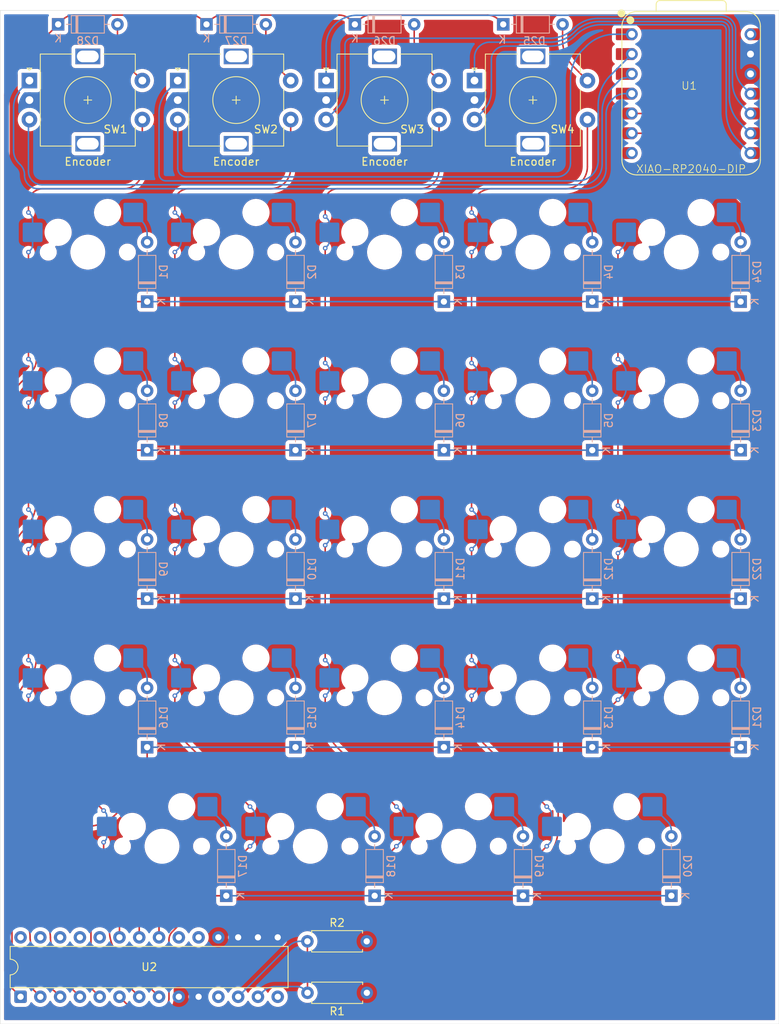
<source format=kicad_pcb>
(kicad_pcb (version 20241229) (generator "pcbnew") (generator_version "9.0")
  (layers (0 "F.Cu" signal) (2 "B.Cu" signal) (13 "F.Paste" user) (15 "B.Paste" user) (5 "F.SilkS" user "F.Silkscreen") (7 "B.SilkS" user "B.Silkscreen") (1 "F.Mask" user) (3 "B.Mask" user) (25 "Edge.Cuts" user))
  (net 0 "")
  (net 1 "Net-(D1-A)")
  (net 2 "Row 1")
  (net 3 "Net-(D2-A)")
  (net 4 "Net-(D3-A)")
  (net 5 "Net-(D4-A)")
  (net 6 "Row 2")
  (net 7 "Net-(D5-A)")
  (net 8 "Net-(D6-A)")
  (net 9 "Net-(D7-A)")
  (net 10 "Net-(D8-A)")
  (net 11 "Net-(D9-A)")
  (net 12 "Row 3")
  (net 13 "Net-(D10-A)")
  (net 14 "Net-(D11-A)")
  (net 15 "Net-(D12-A)")
  (net 16 "Net-(D13-A)")
  (net 17 "Row 4")
  (net 18 "Net-(D14-A)")
  (net 19 "Net-(D15-A)")
  (net 20 "Net-(D16-A)")
  (net 21 "Net-(D17-A)")
  (net 22 "Row 5")
  (net 23 "Net-(D18-A)")
  (net 24 "Net-(D19-A)")
  (net 25 "Net-(D20-A)")
  (net 26 "Net-(D21-A)")
  (net 27 "Net-(D22-A)")
  (net 28 "Net-(D23-A)")
  (net 29 "Net-(D24-A)")
  (net 30 "Row 0")
  (net 31 "Net-(D25-A)")
  (net 32 "Net-(D26-A)")
  (net 33 "Net-(D27-A)")
  (net 34 "Net-(D28-A)")
  (net 35 "SDA MCP")
  (net 36 "3V3")
  (net 37 "SCK MCP")
  (net 38 "GND")
  (net 39 "ENC1-A")
  (net 40 "Column 0")
  (net 41 "ENC1-B")
  (net 42 "Column 1")
  (net 43 "ENC2-B")
  (net 44 "ENC2-A")
  (net 45 "Column 2")
  (net 46 "ENC3-B")
  (net 47 "ENC3-A")
  (net 48 "ENC4-A")
  (net 49 "ENC4-B")
  (net 50 "Column 3")
  (net 61 "Column 4")
  (footprint "RotaryEncoder:RotaryEncoder_Alps_EC11E-Switch_Vertical_H20mm" (layer "F.Cu") (at 176.55 32.5)
    (property "Reference" "SW2")
    (property "Value" "Encoder")
  )
  (footprint "Package_DIP:DIP-28_W7.62mm" (layer "F.Cu") (at 156.364 150.004 90)
    (property "Reference" "U2")
    (property "Value" "MCP23017_SP")
  )
  (footprint "Resistor_THT:R_Axial_DIN0207_L6.3mm_D2.5mm_P7.62mm_Horizontal" (layer "F.Cu") (at 193.194 142.892)
    (property "Reference" "R2")
    (property "Value" "R")
  )
  (footprint "RotaryEncoder:RotaryEncoder_Alps_EC11E-Switch_Vertical_H20mm" (layer "F.Cu") (at 157.5 32.5)
    (property "Reference" "SW1")
    (property "Value" "Encoder")
  )
  (footprint "RotaryEncoder:RotaryEncoder_Alps_EC11E-Switch_Vertical_H20mm" (layer "F.Cu") (at 195.6 32.5)
    (property "Reference" "SW3")
    (property "Value" "Encoder")
  )
  (footprint "Resistor_THT:R_Axial_DIN0207_L6.3mm_D2.5mm_P7.62mm_Horizontal" (layer "F.Cu") (at 200.828 149.496 180)
    (property "Reference" "R1")
    (property "Value" "R")
  )
  (footprint "RotaryEncoder:RotaryEncoder_Alps_EC11E-Switch_Vertical_H20mm" (layer "F.Cu") (at 214.65 32.5)
    (property "Reference" "SW4")
    (property "Value" "Encoder")
  )
  (footprint "OPL Libs:XIAO-RP2040-DIP" (layer "F.Cu") (at 242.47 34.18)
    (property "Reference" "U1")
    (property "Value" "XIAO-RP2040-DIP")
  )
  (footprint "MX_Hotswap:MX-Hotswap-1U" (layer "B.Cu") (at 222.15 92.6 180)
    (property "Reference" "SW13")
    (property "Value" "SW_Push_45deg")
  )
  (footprint "Diode_THT:D_DO-35_SOD27_P7.62mm_Horizontal" (layer "B.Cu") (at 229.77 98.95 90)
    (property "Reference" "D12")
    (property "Value" "D")
  )
  (footprint "Diode_THT:D_DO-35_SOD27_P7.62mm_Horizontal" (layer "B.Cu") (at 172.62 118 90)
    (property "Reference" "D16")
    (property "Value" "D")
  )
  (footprint "Diode_THT:D_DO-35_SOD27_P7.62mm_Horizontal" (layer "B.Cu") (at 199.29 25.29)
    (property "Reference" "D26")
    (property "Value" "D")
  )
  (footprint "Diode_THT:D_DO-35_SOD27_P7.62mm_Horizontal" (layer "B.Cu") (at 210.72 118 90)
    (property "Reference" "D14")
    (property "Value" "D")
  )
  (footprint "Diode_THT:D_DO-35_SOD27_P7.62mm_Horizontal" (layer "B.Cu") (at 248.82 79.9 90)
    (property "Reference" "D23")
    (property "Value" "D")
  )
  (footprint "MX_Hotswap:MX-Hotswap-1U" (layer "B.Cu") (at 241.2 92.6 180)
    (property "Reference" "SW27")
    (property "Value" "SW_Push_45deg")
  )
  (footprint "MX_Hotswap:MX-Hotswap-1U" (layer "B.Cu") (at 165 111.65 180)
    (property "Reference" "SW17")
    (property "Value" "SW_Push_45deg")
  )
  (footprint "Diode_THT:D_DO-35_SOD27_P7.62mm_Horizontal" (layer "B.Cu") (at 218.34 25.29)
    (property "Reference" "D25")
    (property "Value" "D")
  )
  (footprint "MX_Hotswap:MX-Hotswap-1U" (layer "B.Cu") (at 203.1 73.55 180)
    (property "Reference" "SW11")
    (property "Value" "SW_Push_45deg")
  )
  (footprint "Diode_THT:D_DO-35_SOD27_P7.62mm_Horizontal" (layer "B.Cu") (at 172.62 60.85 90)
    (property "Reference" "D1")
    (property "Value" "D")
  )
  (footprint "Diode_THT:D_DO-35_SOD27_P7.62mm_Horizontal" (layer "B.Cu") (at 248.82 60.85 90)
    (property "Reference" "D24")
    (property "Value" "D")
  )
  (footprint "Diode_THT:D_DO-35_SOD27_P7.62mm_Horizontal" (layer "B.Cu") (at 239.93 137.05 90)
    (property "Reference" "D20")
    (property "Value" "D")
  )
  (footprint "MX_Hotswap:MX-Hotswap-1U" (layer "B.Cu") (at 184.05 54.5 180)
    (property "Reference" "SW6")
    (property "Value" "SW_Push_45deg")
  )
  (footprint "Diode_THT:D_DO-35_SOD27_P7.62mm_Horizontal" (layer "B.Cu") (at 248.82 98.95 90)
    (property "Reference" "D22")
    (property "Value" "D")
  )
  (footprint "MX_Hotswap:MX-Hotswap-1U" (layer "B.Cu") (at 165 73.55 180)
    (property "Reference" "SW9")
    (property "Value" "SW_Push_45deg")
  )
  (footprint "Diode_THT:D_DO-35_SOD27_P7.62mm_Horizontal" (layer "B.Cu") (at 172.62 98.95 90)
    (property "Reference" "D9")
    (property "Value" "D")
  )
  (footprint "Diode_THT:D_DO-35_SOD27_P7.62mm_Horizontal" (layer "B.Cu") (at 210.72 60.85 90)
    (property "Reference" "D3")
    (property "Value" "D")
  )
  (footprint "Diode_THT:D_DO-35_SOD27_P7.62mm_Horizontal" (layer "B.Cu") (at 220.88 137.05 90)
    (property "Reference" "D19")
    (property "Value" "D")
  )
  (footprint "MX_Hotswap:MX-Hotswap-1U" (layer "B.Cu") (at 203.1 92.6 180)
    (property "Reference" "SW14")
    (property "Value" "SW_Push_45deg")
  )
  (footprint "Diode_THT:D_DO-35_SOD27_P7.62mm_Horizontal" (layer "B.Cu") (at 229.77 118 90)
    (property "Reference" "D13")
    (property "Value" "D")
  )
  (footprint "MX_Hotswap:MX-Hotswap-1U" (layer "B.Cu") (at 184.05 92.6 180)
    (property "Reference" "SW15")
    (property "Value" "SW_Push_45deg")
  )
  (footprint "MX_Hotswap:MX-Hotswap-1U" (layer "B.Cu") (at 212.625 130.7 180)
    (property "Reference" "SW23")
    (property "Value" "SW_Push_45deg")
  )
  (footprint "MX_Hotswap:MX-Hotswap-1U" (layer "B.Cu") (at 241.2 54.5 180)
    (property "Reference" "SW25")
    (property "Value" "SW_Push_45deg")
  )
  (footprint "MX_Hotswap:MX-Hotswap-1U" (layer "B.Cu") (at 222.15 111.65 180)
    (property "Reference" "SW20")
    (property "Value" "SW_Push_45deg")
  )
  (footprint "MX_Hotswap:MX-Hotswap-1U" (layer "B.Cu") (at 241.2 73.55 180)
    (property "Reference" "SW26")
    (property "Value" "SW_Push_45deg")
  )
  (footprint "Diode_THT:D_DO-35_SOD27_P7.62mm_Horizontal" (layer "B.Cu") (at 161.19 25.29)
    (property "Reference" "D28")
    (property "Value" "D")
  )
  (footprint "MX_Hotswap:MX-Hotswap-1U" (layer "B.Cu") (at 165 54.5 180)
    (property "Reference" "SW5")
    (property "Value" "SW_Push_45deg")
  )
  (footprint "Diode_THT:D_DO-35_SOD27_P7.62mm_Horizontal" (layer "B.Cu") (at 229.77 79.9 90)
    (property "Reference" "D5")
    (property "Value" "D")
  )
  (footprint "MX_Hotswap:MX-Hotswap-1U" (layer "B.Cu") (at 193.575 130.7 180)
    (property "Reference" "SW22")
    (property "Value" "SW_Push_45deg")
  )
  (footprint "MX_Hotswap:MX-Hotswap-1U" (layer "B.Cu") (at 203.1 111.65 180)
    (property "Reference" "SW19")
    (property "Value" "SW_Push_45deg")
  )
  (footprint "Diode_THT:D_DO-35_SOD27_P7.62mm_Horizontal" (layer "B.Cu") (at 191.67 98.95 90)
    (property "Reference" "D10")
    (property "Value" "D")
  )
  (footprint "Diode_THT:D_DO-35_SOD27_P7.62mm_Horizontal" (layer "B.Cu") (at 248.82 118 90)
    (property "Reference" "D21")
    (property "Value" "D")
  )
  (footprint "MX_Hotswap:MX-Hotswap-1U" (layer "B.Cu") (at 231.675 130.7 180)
    (property "Reference" "SW24")
    (property "Value" "SW_Push_45deg")
  )
  (footprint "Diode_THT:D_DO-35_SOD27_P7.62mm_Horizontal" (layer "B.Cu") (at 191.67 118 90)
    (property "Reference" "D15")
    (property "Value" "D")
  )
  (footprint "MX_Hotswap:MX-Hotswap-1U" (layer "B.Cu") (at 203.1 54.5 180)
    (property "Reference" "SW7")
    (property "Value" "SW_Push_45deg")
  )
  (footprint "MX_Hotswap:MX-Hotswap-1U" (layer "B.Cu") (at 184.05 73.55 180)
    (property "Reference" "SW10")
    (property "Value" "SW_Push_45deg")
  )
  (footprint "Diode_THT:D_DO-35_SOD27_P7.62mm_Horizontal" (layer "B.Cu") (at 229.77 60.85 90)
    (property "Reference" "D4")
    (property "Value" "D")
  )
  (footprint "MX_Hotswap:MX-Hotswap-1U" (layer "B.Cu") (at 165 92.6 180)
    (property "Reference" "SW16")
    (property "Value" "SW_Push_45deg")
  )
  (footprint "Diode_THT:D_DO-35_SOD27_P7.62mm_Horizontal" (layer "B.Cu") (at 210.72 79.9 90)
    (property "Reference" "D6")
    (property "Value" "D")
  )
  (footprint "MX_Hotswap:MX-Hotswap-1U" (layer "B.Cu") (at 222.15 54.5 180)
    (property "Reference" "SW8")
    (property "Value" "SW_Push_45deg")
  )
  (footprint "MX_Hotswap:MX-Hotswap-1U" (layer "B.Cu") (at 222.15 73.55 180)
    (property "Reference" "SW12")
    (property "Value" "SW_Push_45deg")
  )
  (footprint "Diode_THT:D_DO-35_SOD27_P7.62mm_Horizontal" (layer "B.Cu") (at 172.62 79.9 90)
    (property "Reference" "D8")
    (property "Value" "D")
  )
  (footprint "Diode_THT:D_DO-35_SOD27_P7.62mm_Horizontal" (layer "B.Cu") (at 201.83 137.05 90)
    (property "Reference" "D18")
    (property "Value" "D")
  )
  (footprint "Diode_THT:D_DO-35_SOD27_P7.62mm_Horizontal" (layer "B.Cu") (at 191.67 79.9 90)
    (property "Reference" "D7")
    (property "Value" "D")
  )
  (footprint "MX_Hotswap:MX-Hotswap-1U" (layer "B.Cu") (at 174.525 130.7 180)
    (property "Reference" "SW21")
    (property "Value" "SW_Push_45deg")
  )
  (footprint "Diode_THT:D_DO-35_SOD27_P7.62mm_Horizontal" (layer "B.Cu") (at 182.78 137.05 90)
    (property "Reference" "D17")
    (property "Value" "D")
  )
  (footprint "Diode_THT:D_DO-35_SOD27_P7.62mm_Horizontal" (layer "B.Cu") (at 180.24 25.29)
    (property "Reference" "D27")
    (property "Value" "D")
  )
  (footprint "MX_Hotswap:MX-Hotswap-1U" (layer "B.Cu") (at 184.05 111.65 180)
    (property "Reference" "SW18")
    (property "Value" "SW_Push_45deg")
  )
  (footprint "MX_Hotswap:MX-Hotswap-1U" (layer "B.Cu") (at 241.2 111.65 180)
    (property "Reference" "SW28")
    (property "Value" "SW_Push_45deg")
  )
  (footprint "Diode_THT:D_DO-35_SOD27_P7.62mm_Horizontal" (layer "B.Cu") (at 191.67 60.85 90)
    (property "Reference" "D2")
    (property "Value" "D")
  )
  (footprint "Diode_THT:D_DO-35_SOD27_P7.62mm_Horizontal" (layer "B.Cu") (at 210.72 98.95 90)
    (property "Reference" "D11")
    (property "Value" "D")
  )
  (gr_rect (start 153.75 23.5) (end 253.75 153.5) (stroke (width 0.05)) (fill no) (layer "Edge.Cuts"))
  (segment (start 172.62 52.214) (end 172.62 53.23) (width 0.2) (layer "B.Cu") (net 1))
  (segment (start 171.901579 50.479579) (end 170.842 49.42) (width 0.2) (layer "B.Cu") (net 1))
  (arc (start 171.901579 50.479579) (mid 172.433288 51.275338) (end 172.62 52.214) (width 0.2) (layer "B.Cu") (net 1))
  (segment (start 163.165656 60.85) (end 172.62 60.85) (width 0.2) (layer "F.Cu") (net 2))
  (segment (start 158.396 65.619656) (end 158.396 68.282407) (width 0.2) (layer "F.Cu") (net 2))
  (segment (start 157.724542 69.903454) (end 156.433792 71.194207) (width 0.2) (layer "F.Cu") (net 2))
  (segment (start 154.84 75.041963) (end 154.84 143.686036) (width 0.2) (layer "F.Cu") (net 2))
  (segment (start 156.433792 147.533792) (end 158.904 150.004) (width 0.2) (layer "F.Cu") (net 2))
  (arc (start 163.165656 60.85) (mid 161.340387 61.213068) (end 159.793 62.247) (width 0.2) (layer "F.Cu") (net 2))
  (arc (start 156.433792 71.194207) (mid 155.254213 72.959572) (end 154.84 75.041963) (width 0.2) (layer "F.Cu") (net 2))
  (arc (start 154.84 143.686036) (mid 155.254213 145.768426) (end 156.433792 147.533792) (width 0.2) (layer "F.Cu") (net 2))
  (arc (start 159.793 62.247) (mid 158.759068 63.794387) (end 158.396 65.619656) (width 0.2) (layer "F.Cu") (net 2))
  (arc (start 158.396 68.282407) (mid 158.221494 69.159711) (end 157.724542 69.903454) (width 0.2) (layer "F.Cu") (net 2))
  (segment (start 172.62 60.85) (end 248.82 60.85) (width 0.2) (layer "B.Cu") (net 2))
  (segment (start 190.951579 50.479579) (end 189.892 49.42) (width 0.2) (layer "B.Cu") (net 3))
  (segment (start 191.67 52.214) (end 191.67 53.23) (width 0.2) (layer "B.Cu") (net 3))
  (arc (start 190.951579 50.479579) (mid 191.483288 51.275338) (end 191.67 52.214) (width 0.2) (layer "B.Cu") (net 3))
  (segment (start 210.001579 50.479579) (end 208.942 49.42) (width 0.2) (layer "B.Cu") (net 4))
  (segment (start 210.72 52.214) (end 210.72 53.23) (width 0.2) (layer "B.Cu") (net 4))
  (arc (start 210.001579 50.479579) (mid 210.533288 51.275338) (end 210.72 52.214) (width 0.2) (layer "B.Cu") (net 4))
  (segment (start 229.77 52.214) (end 229.77 53.23) (width 0.2) (layer "B.Cu") (net 5))
  (segment (start 229.051579 50.479579) (end 227.992 49.42) (width 0.2) (layer "B.Cu") (net 5))
  (arc (start 229.051579 50.479579) (mid 229.583288 51.275338) (end 229.77 52.214) (width 0.2) (layer "B.Cu") (net 5))
  (segment (start 162.732051 79.9) (end 172.62 79.9) (width 0.2) (layer "F.Cu") (net 6))
  (segment (start 155.263 142.92023) (end 155.263 93.884365) (width 0.2) (layer "F.Cu") (net 6))
  (segment (start 159.825394 148.893394) (end 156.260565 145.328565) (width 0.2) (layer "F.Cu") (net 6))
  (segment (start 160.692605 149.252605) (end 161.444 150.004) (width 0.2) (layer "F.Cu") (net 6))
  (segment (start 158.396 86.320634) (end 158.396 84.236051) (width 0.2) (layer "F.Cu") (net 6))
  (arc (start 162.732051 79.9) (mid 161.072716 80.230062) (end 159.666 81.17) (width 0.2) (layer "F.Cu") (net 6))
  (arc (start 159.666 81.17) (mid 158.726062 82.576716) (end 158.396 84.236051) (width 0.2) (layer "F.Cu") (net 6))
  (arc (start 159.825394 148.893394) (mid 160.024334 149.026321) (end 160.259 149.073) (width 0.2) (layer "F.Cu") (net 6))
  (arc (start 160.692605 149.252605) (mid 160.493665 149.119677) (end 160.259 149.073) (width 0.2) (layer "F.Cu") (net 6))
  (arc (start 158.396 86.320634) (mid 157.988879 88.367365) (end 156.8295 90.1025) (width 0.2) (layer "F.Cu") (net 6))
  (arc (start 156.8295 90.1025) (mid 155.67012 91.837634) (end 155.263 93.884365) (width 0.2) (layer "F.Cu") (net 6))
  (arc (start 155.263 142.92023) (mid 155.522259 144.223612) (end 156.260565 145.328565) (width 0.2) (layer "F.Cu") (net 6))
  (segment (start 172.62 79.9) (end 248.82 79.9) (width 0.2) (layer "B.Cu") (net 6))
  (segment (start 229.77 71.264) (end 229.77 72.28) (width 0.2) (layer "B.Cu") (net 7))
  (segment (start 229.051579 69.529579) (end 227.992 68.47) (width 0.2) (layer "B.Cu") (net 7))
  (arc (start 229.051579 69.529579) (mid 229.583288 70.325338) (end 229.77 71.264) (width 0.2) (layer "B.Cu") (net 7))
  (segment (start 210.72 71.264) (end 210.72 72.28) (width 0.2) (layer "B.Cu") (net 8))
  (segment (start 210.001579 69.529579) (end 208.942 68.47) (width 0.2) (layer "B.Cu") (net 8))
  (arc (start 210.001579 69.529579) (mid 210.533288 70.325338) (end 210.72 71.264) (width 0.2) (layer "B.Cu") (net 8))
  (segment (start 190.951579 69.529579) (end 189.892 68.47) (width 0.2) (layer "B.Cu") (net 9))
  (segment (start 191.67 71.264) (end 191.67 72.28) (width 0.2) (layer "B.Cu") (net 9))
  (arc (start 190.951579 69.529579) (mid 191.483288 70.325338) (end 191.67 71.264) (width 0.2) (layer "B.Cu") (net 9))
  (segment (start 171.901579 69.529579) (end 170.842 68.47) (width 0.2) (layer "B.Cu") (net 10))
  (segment (start 172.62 71.264) (end 172.62 72.28) (width 0.2) (layer "B.Cu") (net 10))
  (arc (start 171.901579 69.529579) (mid 172.433288 70.325338) (end 172.62 71.264) (width 0.2) (layer "B.Cu") (net 10))
  (segment (start 171.901579 88.579579) (end 170.842 87.52) (width 0.2) (layer "B.Cu") (net 11))
  (segment (start 172.62 90.314) (end 172.62 91.33) (width 0.2) (layer "B.Cu") (net 11))
  (arc (start 171.901579 88.579579) (mid 172.433288 89.375338) (end 172.62 90.314) (width 0.2) (layer "B.Cu") (net 11))
  (segment (start 157.586684 142.290462) (end 157.586684 142.336684) (width 0.2) (layer "F.Cu") (net 12))
  (segment (start 158.484709 144.504709) (end 163.984 150.004) (width 0.2) (layer "F.Cu") (net 12))
  (segment (start 155.856 112.684051) (end 155.856 138.112221) (width 0.2) (layer "F.Cu") (net 12))
  (segment (start 158.396 106.551948) (end 158.396 103.719656) (width 0.2) (layer "F.Cu") (net 12))
  (segment (start 163.165656 98.95) (end 172.62 98.95) (width 0.2) (layer "F.Cu") (net 12))
  (arc (start 157.586684 142.336684) (mid 157.820073 143.51001) (end 158.484709 144.504709) (width 0.2) (layer "F.Cu") (net 12))
  (arc (start 156.721342 140.201342) (mid 157.361788 141.159838) (end 157.586684 142.290462) (width 0.2) (layer "F.Cu") (net 12))
  (arc (start 155.856 138.112221) (mid 156.080895 139.242845) (end 156.721342 140.201342) (width 0.2) (layer "F.Cu") (net 12))
  (arc (start 159.793 100.347) (mid 158.759068 101.894387) (end 158.396 103.719656) (width 0.2) (layer "F.Cu") (net 12))
  (arc (start 158.396 106.551948) (mid 158.065937 108.211283) (end 157.126 109.618) (width 0.2) (layer "F.Cu") (net 12))
  (arc (start 163.165656 98.95) (mid 161.340387 99.313068) (end 159.793 100.347) (width 0.2) (layer "F.Cu") (net 12))
  (arc (start 157.126 109.618) (mid 156.186062 111.024716) (end 155.856 112.684051) (width 0.2) (layer "F.Cu") (net 12))
  (segment (start 191.67 98.95) (end 210.72 98.95) (width 0.2) (layer "B.Cu") (net 12))
  (segment (start 210.72 98.95) (end 229.77 98.95) (width 0.2) (layer "B.Cu") (net 12))
  (segment (start 229.77 98.95) (end 248.82 98.95) (width 0.2) (layer "B.Cu") (net 12))
  (segment (start 191.67 98.95) (end 172.62 98.95) (width 0.2) (layer "B.Cu") (net 12))
  (segment (start 190.951579 88.579579) (end 189.892 87.52) (width 0.2) (layer "B.Cu") (net 13))
  (segment (start 191.67 90.314) (end 191.67 91.33) (width 0.2) (layer "B.Cu") (net 13))
  (arc (start 190.951579 88.579579) (mid 191.483288 89.375338) (end 191.67 90.314) (width 0.2) (layer "B.Cu") (net 13))
  (segment (start 210.001579 88.579579) (end 208.942 87.52) (width 0.2) (layer "B.Cu") (net 14))
  (segment (start 210.72 90.314) (end 210.72 91.33) (width 0.2) (layer "B.Cu") (net 14))
  (arc (start 210.001579 88.579579) (mid 210.533288 89.375338) (end 210.72 90.314) (width 0.2) (layer "B.Cu") (net 14))
  (segment (start 229.77 90.314) (end 229.77 91.33) (width 0.2) (layer "B.Cu") (net 15))
  (segment (start 229.051579 88.579579) (end 227.992 87.52) (width 0.2) (layer "B.Cu") (net 15))
  (arc (start 229.051579 88.579579) (mid 229.583288 89.375338) (end 229.77 90.314) (width 0.2) (layer "B.Cu") (net 15))
  (segment (start 229.051579 107.629579) (end 227.992 106.57) (width 0.2) (layer "B.Cu") (net 16))
  (segment (start 229.77 109.364) (end 229.77 110.38) (width 0.2) (layer "B.Cu") (net 16))
  (arc (start 229.051579 107.629579) (mid 229.583288 108.425338) (end 229.77 109.364) (width 0.2) (layer "B.Cu") (net 16))
  (segment (start 159.299614 140.239614) (end 157.957792 138.897792) (width 0.2) (layer "F.Cu") (net 17))
  (segment (start 168.625792 126.566207) (end 171.026207 124.165792) (width 0.2) (layer "F.Cu") (net 17))
  (segment (start 156.364 129.89442) (end 156.364 135.050036) (width 0.2) (layer "F.Cu") (net 17))
  (segment (start 172.62 120.318036) (end 172.62 118) (width 0.2) (layer "F.Cu") (net 17))
  (segment (start 164.778036 128.16) (end 158.09842 128.16) (width 0.2) (layer "F.Cu") (net 17))
  (segment (start 161.095665 144.575665) (end 166.524 150.004) (width 0.2) (layer "F.Cu") (net 17))
  (arc (start 156.364 135.050036) (mid 156.778213 137.132426) (end 157.957792 138.897792) (width 0.2) (layer "F.Cu") (net 17))
  (arc (start 172.62 120.318036) (mid 172.205786 122.400426) (end 171.026207 124.165792) (width 0.2) (layer "F.Cu") (net 17))
  (arc (start 158.09842 128.16) (mid 157.434686 128.292024) (end 156.872 128.668) (width 0.2) (layer "F.Cu") (net 17))
  (arc (start 156.872 128.668) (mid 156.496024 129.230686) (end 156.364 129.89442) (width 0.2) (layer "F.Cu") (net 17))
  (arc (start 159.299614 140.239614) (mid 159.96425 141.234312) (end 160.19764 142.40764) (width 0.2) (layer "F.Cu") (net 17))
  (arc (start 160.19764 142.40764) (mid 160.431029 143.580966) (end 161.095665 144.575665) (width 0.2) (layer "F.Cu") (net 17))
  (arc (start 168.625792 126.566207) (mid 166.860426 127.745786) (end 164.778036 128.16) (width 0.2) (layer "F.Cu") (net 17))
  (segment (start 172.62 118) (end 248.82 118) (width 0.2) (layer "B.Cu") (net 17))
  (segment (start 210.72 109.364) (end 210.72 110.38) (width 0.2) (layer "B.Cu") (net 18))
  (segment (start 210.001579 107.629579) (end 208.942 106.57) (width 0.2) (layer "B.Cu") (net 18))
  (arc (start 210.001579 107.629579) (mid 210.533288 108.425338) (end 210.72 109.364) (width 0.2) (layer "B.Cu") (net 18))
  (segment (start 190.951579 107.629579) (end 189.892 106.57) (width 0.2) (layer "B.Cu") (net 19))
  (segment (start 191.67 109.364) (end 191.67 110.38) (width 0.2) (layer "B.Cu") (net 19))
  (arc (start 190.951579 107.629579) (mid 191.483288 108.425338) (end 191.67 109.364) (width 0.2) (layer "B.Cu") (net 19))
  (segment (start 172.62 109.364) (end 172.62 110.38) (width 0.2) (layer "B.Cu") (net 20))
  (segment (start 171.901579 107.629579) (end 170.842 106.57) (width 0.2) (layer "B.Cu") (net 20))
  (arc (start 171.901579 107.629579) (mid 172.433288 108.425338) (end 172.62 109.364) (width 0.2) (layer "B.Cu") (net 20))
  (segment (start 182.286085 127.539085) (end 180.367 125.62) (width 0.2) (layer "B.Cu") (net 21))
  (segment (start 182.78 128.7315) (end 182.78 129.43) (width 0.2) (layer "B.Cu") (net 21))
  (arc (start 182.286085 127.539085) (mid 182.651635 128.086169) (end 182.78 128.7315) (width 0.2) (layer "B.Cu") (net 21))
  (segment (start 181.620475 137.05) (end 182.78 137.05) (width 0.2) (layer "F.Cu") (net 22))
  (segment (start 175.855996 141.654951) (end 179.641042 137.869907) (width 0.2) (layer "F.Cu") (net 22))
  (segment (start 174.108214 151.528) (end 171.66563 151.528) (width 0.2) (layer "F.Cu") (net 22))
  (segment (start 169.826 150.766) (end 169.064 150.004) (width 0.2) (layer "F.Cu") (net 22))
  (segment (start 175.421029 150.215185) (end 175.421029 142.705054) (width 0.2) (layer "F.Cu") (net 22))
  (arc (start 181.620475 137.05) (mid 180.549213 137.263086) (end 179.641042 137.869907) (width 0.2) (layer "F.Cu") (net 22))
  (arc (start 169.826 150.766) (mid 170.670029 151.329962) (end 171.66563 151.528) (width 0.2) (layer "F.Cu") (net 22))
  (arc (start 175.421029 150.215185) (mid 175.321096 150.717577) (end 175.036514 151.143485) (width 0.2) (layer "F.Cu") (net 22))
  (arc (start 175.855996 141.654951) (mid 175.534073 142.136742) (end 175.421029 142.705054) (width 0.2) (layer "F.Cu") (net 22))
  (arc (start 175.036514 151.143485) (mid 174.610606 151.428067) (end 174.108214 151.528) (width 0.2) (layer "F.Cu") (net 22))
  (segment (start 182.78 137.05) (end 239.93 137.05) (width 0.2) (layer "B.Cu") (net 22))
  (segment (start 201.336085 127.539085) (end 199.417 125.62) (width 0.2) (layer "B.Cu") (net 23))
  (segment (start 201.83 128.7315) (end 201.83 129.43) (width 0.2) (layer "B.Cu") (net 23))
  (arc (start 201.336085 127.539085) (mid 201.701635 128.086169) (end 201.83 128.7315) (width 0.2) (layer "B.Cu") (net 23))
  (segment (start 220.88 128.7315) (end 220.88 129.43) (width 0.2) (layer "B.Cu") (net 24))
  (segment (start 220.386085 127.539085) (end 218.467 125.62) (width 0.2) (layer "B.Cu") (net 24))
  (arc (start 220.386085 127.539085) (mid 220.751635 128.086169) (end 220.88 128.7315) (width 0.2) (layer "B.Cu") (net 24))
  (segment (start 239.93 128.7315) (end 239.93 129.43) (width 0.2) (layer "B.Cu") (net 25))
  (segment (start 239.436085 127.539085) (end 237.517 125.62) (width 0.2) (layer "B.Cu") (net 25))
  (arc (start 239.436085 127.539085) (mid 239.801635 128.086169) (end 239.93 128.7315) (width 0.2) (layer "B.Cu") (net 25))
  (segment (start 248.101579 107.629579) (end 247.042 106.57) (width 0.2) (layer "B.Cu") (net 26))
  (segment (start 248.82 109.364) (end 248.82 110.38) (width 0.2) (layer "B.Cu") (net 26))
  (arc (start 248.101579 107.629579) (mid 248.633288 108.425338) (end 248.82 109.364) (width 0.2) (layer "B.Cu") (net 26))
  (segment (start 248.101579 88.579579) (end 247.042 87.52) (width 0.2) (layer "B.Cu") (net 27))
  (segment (start 248.82 90.314) (end 248.82 91.33) (width 0.2) (layer "B.Cu") (net 27))
  (arc (start 248.101579 88.579579) (mid 248.633288 89.375338) (end 248.82 90.314) (width 0.2) (layer "B.Cu") (net 27))
  (segment (start 248.101579 69.529579) (end 247.042 68.47) (width 0.2) (layer "B.Cu") (net 28))
  (segment (start 248.82 71.264) (end 248.82 72.28) (width 0.2) (layer "B.Cu") (net 28))
  (arc (start 248.101579 69.529579) (mid 248.633288 70.325338) (end 248.82 71.264) (width 0.2) (layer "B.Cu") (net 28))
  (segment (start 248.101579 50.479579) (end 247.042 49.42) (width 0.2) (layer "B.Cu") (net 29))
  (segment (start 248.82 52.214) (end 248.82 53.23) (width 0.2) (layer "B.Cu") (net 29))
  (arc (start 248.101579 50.479579) (mid 248.633288 51.275338) (end 248.82 52.214) (width 0.2) (layer "B.Cu") (net 29))
  (segment (start 180.8345 24.6955) (end 180.24 25.29) (width 0.2) (layer "F.Cu") (net 30))
  (segment (start 217.7455 24.6955) (end 218.34 25.29) (width 0.2) (layer "F.Cu") (net 30))
  (segment (start 161.7845 24.6955) (end 160.595499 25.884499) (width 0.2) (layer "F.Cu") (net 30))
  (segment (start 216.31025 24.101) (end 201.319749 24.101) (width 0.2) (layer "F.Cu") (net 30))
  (segment (start 160.595499 25.884499) (end 155.944792 30.535207) (width 0.2) (layer "F.Cu") (net 30))
  (segment (start 179.6455 24.6955) (end 180.24 25.29) (width 0.2) (layer "F.Cu") (net 30))
  (segment (start 155.3575 148.9975) (end 156.364 150.004) (width 0.2) (layer "F.Cu") (net 30))
  (segment (start 154.351 146.567594) (end 154.351 34.382963) (width 0.2) (layer "F.Cu") (net 30))
  (segment (start 178.21025 24.101) (end 163.219749 24.101) (width 0.2) (layer "F.Cu") (net 30))
  (segment (start 182.269749 24.101) (end 197.26025 24.101) (width 0.2) (layer "F.Cu") (net 30))
  (arc (start 163.219749 24.101) (mid 162.442998 24.255505) (end 161.7845 24.6955) (width 0.2) (layer "F.Cu") (net 30))
  (arc (start 182.269749 24.101) (mid 181.492998 24.255505) (end 180.8345 24.6955) (width 0.2) (layer "F.Cu") (net 30))
  (arc (start 154.351 146.567594) (mid 154.61258 147.882649) (end 155.3575 148.9975) (width 0.2) (layer "F.Cu") (net 30))
  (arc (start 198.6955 24.6955) (mid 198.037001 24.255505) (end 197.26025 24.101) (width 0.2) (layer "F.Cu") (net 30))
  (arc (start 198.6955 24.6955) (mid 199.29 24.941749) (end 199.8845 24.6955) (width 0.2) (layer "F.Cu") (net 30))
  (arc (start 179.6455 24.6955) (mid 178.987001 24.255505) (end 178.21025 24.101) (width 0.2) (layer "F.Cu") (net 30))
  (arc (start 201.319749 24.101) (mid 200.542998 24.255505) (end 199.8845 24.6955) (width 0.2) (layer "F.Cu") (net 30))
  (arc (start 217.7455 24.6955) (mid 217.087001 24.255505) (end 216.31025 24.101) (width 0.2) (layer "F.Cu") (net 30))
  (arc (start 155.944792 30.535207) (mid 154.765213 32.300572) (end 154.351 34.382963) (width 0.2) (layer "F.Cu") (net 30))
  (segment (start 227.381284 30.731284) (end 229.15 32.5) (width 0.2) (layer "F.Cu") (net 31))
  (segment (start 225.96 27.3) (end 225.96 25.29) (width 0.2) (layer "F.Cu") (net 31))
  (arc (start 225.96 27.3) (mid 226.329379 29.156997) (end 227.381284 30.731284) (width 0.2) (layer "F.Cu") (net 31))
  (segment (start 208.331284 30.731284) (end 210.1 32.5) (width 0.2) (layer "F.Cu") (net 32))
  (segment (start 206.91 27.3) (end 206.91 25.29) (width 0.2) (layer "F.Cu") (net 32))
  (arc (start 206.91 27.3) (mid 207.279379 29.156997) (end 208.331284 30.731284) (width 0.2) (layer "F.Cu") (net 32))
  (segment (start 189.281284 30.731284) (end 191.05 32.5) (width 0.2) (layer "F.Cu") (net 33))
  (segment (start 187.86 27.3) (end 187.86 25.29) (width 0.2) (layer "F.Cu") (net 33))
  (arc (start 187.86 27.3) (mid 188.229379 29.156997) (end 189.281284 30.731284) (width 0.2) (layer "F.Cu") (net 33))
  (segment (start 170.231284 30.731284) (end 172 32.5) (width 0.2) (layer "F.Cu") (net 34))
  (segment (start 168.81 27.3) (end 168.81 25.29) (width 0.2) (layer "F.Cu") (net 34))
  (arc (start 168.81 27.3) (mid 169.179379 29.156997) (end 170.231284 30.731284) (width 0.2) (layer "F.Cu") (net 34))
  (segment (start 245.841792 145.362207) (end 250.782207 140.421792) (width 0.2) (layer "F.Cu") (net 35))
  (segment (start 241.777792 38.313792) (end 250.782207 47.318207) (width 0.2) (layer "F.Cu") (net 35))
  (segment (start 194.484915 146.956) (end 241.994036 146.956) (width 0.2) (layer "F.Cu") (net 35))
  (segment (start 193.208 148.232915) (end 193.208 149.496) (width 0.2) (layer "F.Cu") (net 35))
  (segment (start 237.930036 36.72) (end 234.85 36.72) (width 0.2) (layer "F.Cu") (net 35))
  (segment (start 252.376 51.165963) (end 252.376 136.574036) (width 0.2) (layer "F.Cu") (net 35))
  (arc (start 250.782207 47.318207) (mid 251.961786 49.083572) (end 252.376 51.165963) (width 0.2) (layer "F.Cu") (net 35))
  (arc (start 241.777792 38.313792) (mid 240.012426 37.134213) (end 237.930036 36.72) (width 0.2) (layer "F.Cu") (net 35))
  (arc (start 252.376 136.574036) (mid 251.961786 138.656426) (end 250.782207 140.421792) (width 0.2) (layer "F.Cu") (net 35))
  (arc (start 245.841792 145.362207) (mid 244.076426 146.541786) (end 241.994036 146.956) (width 0.2) (layer "F.Cu") (net 35))
  (arc (start 193.582 147.33) (mid 193.305199 147.744261) (end 193.208 148.232915) (width 0.2) (layer "F.Cu") (net 35))
  (arc (start 194.484915 146.956) (mid 193.996261 147.053199) (end 193.582 147.33) (width 0.2) (layer "F.Cu") (net 35))
  (segment (start 191.842316 148.696001) (end 189.076893 148.696001) (width 0.2) (layer "B.Cu") (net 35))
  (segment (start 187.497999 149.35) (end 186.844 150.004) (width 0.2) (layer "B.Cu") (net 35))
  (segment (start 192.808 149.096) (end 193.208 149.496) (width 0.2) (layer "B.Cu") (net 35))
  (arc (start 189.076893 148.696001) (mid 188.222402 148.865969) (end 187.497999 149.35) (width 0.2) (layer "B.Cu") (net 35))
  (arc (start 192.808 149.096) (mid 192.36494 148.799957) (end 191.842316 148.696001) (width 0.2) (layer "B.Cu") (net 35))
  (segment (start 200.814 142.906) (end 200.828 142.892) (width 0.2) (layer "B.Cu") (net 36))
  (segment (start 194.494815 145.432) (end 240.978036 145.432) (width 0.2) (layer "F.Cu") (net 37))
  (segment (start 242.285792 40.853792) (end 249.766207 48.334207) (width 0.2) (layer "F.Cu") (net 37))
  (segment (start 238.438036 39.26) (end 234.85 39.26) (width 0.2) (layer "F.Cu") (net 37))
  (segment (start 249.766207 138.897792) (end 244.825792 143.838207) (width 0.2) (layer "F.Cu") (net 37))
  (segment (start 251.36 52.181963) (end 251.36 135.050036) (width 0.2) (layer "F.Cu") (net 37))
  (segment (start 193.194 144.131184) (end 193.194 142.892) (width 0.2) (layer "F.Cu") (net 37))
  (arc (start 251.36 135.050036) (mid 250.945786 137.132426) (end 249.766207 138.897792) (width 0.2) (layer "F.Cu") (net 37))
  (arc (start 244.825792 143.838207) (mid 243.060426 145.017786) (end 240.978036 145.432) (width 0.2) (layer "F.Cu") (net 37))
  (arc (start 193.575 145.051) (mid 193.997014 145.332981) (end 194.494815 145.432) (width 0.2) (layer "F.Cu") (net 37))
  (arc (start 242.285792 40.853792) (mid 240.520426 39.674213) (end 238.438036 39.26) (width 0.2) (layer "F.Cu") (net 37))
  (arc (start 193.194 144.131184) (mid 193.293018 144.628984) (end 193.575 145.051) (width 0.2) (layer "F.Cu") (net 37))
  (arc (start 249.766207 48.334207) (mid 250.945786 50.099572) (end 251.36 52.181963) (width 0.2) (layer "F.Cu") (net 37))
  (segment (start 190.787382 143.520617) (end 184.304 150.004) (width 0.2) (layer "B.Cu") (net 37))
  (segment (start 192.305 142.892) (end 193.194 142.892) (width 0.2) (layer "B.Cu") (net 37))
  (arc (start 192.305 142.892) (mid 191.483671 143.055372) (end 190.787382 143.520617) (width 0.2) (layer "B.Cu") (net 37))
  (segment (start 156.48258 33.51742) (end 157.5 32.5) (width 0.2) (layer "B.Cu") (net 39))
  (segment (start 156.333184 43.293184) (end 156.16858 43.12858) (width 0.2) (layer "B.Cu") (net 39))
  (segment (start 156.872 44.594) (end 156.872 44.637579) (width 0.2) (layer "B.Cu") (net 39))
  (segment (start 232.443382 34.808617) (end 232.31 34.942) (width 0.2) (layer "B.Cu") (net 39))
  (segment (start 228.946369 46.372) (end 158.60642 46.372) (width 0.2) (layer "B.Cu") (net 39))
  (segment (start 231.548 43.770369) (end 231.548 36.78163) (width 0.2) (layer "B.Cu") (net 39))
  (segment (start 233.961 34.18) (end 234.85 34.18) (width 0.2) (layer "B.Cu") (net 39))
  (segment (start 155.46516 41.430373) (end 155.46516 35.973689) (width 0.2) (layer "B.Cu") (net 39))
  (arc (start 157.38 45.864) (mid 157.942686 46.239975) (end 158.60642 46.372) (width 0.2) (layer "B.Cu") (net 39))
  (arc (start 156.333184 43.293184) (mid 156.731966 43.890003) (end 156.872 44.594) (width 0.2) (layer "B.Cu") (net 39))
  (arc (start 156.872 44.637579) (mid 157.004024 45.301313) (end 157.38 45.864) (width 0.2) (layer "B.Cu") (net 39))
  (arc (start 232.31 34.942) (mid 231.746037 35.786029) (end 231.548 36.78163) (width 0.2) (layer "B.Cu") (net 39))
  (arc (start 231.548 43.770369) (mid 231.349962 44.76597) (end 230.786 45.61) (width 0.2) (layer "B.Cu") (net 39))
  (arc (start 155.46516 41.430373) (mid 155.647972 42.349436) (end 156.16858 43.12858) (width 0.2) (layer "B.Cu") (net 39))
  (arc (start 156.48258 33.51742) (mid 155.729578 34.644365) (end 155.46516 35.973689) (width 0.2) (layer "B.Cu") (net 39))
  (arc (start 230.786 45.61) (mid 229.94197 46.173962) (end 228.946369 46.372) (width 0.2) (layer "B.Cu") (net 39))
  (arc (start 233.961 34.18) (mid 233.139671 34.343372) (end 232.443382 34.808617) (width 0.2) (layer "B.Cu") (net 39))
  (segment (start 157.38 114.222036) (end 157.38 111.396) (width 0.2) (layer "F.Cu") (net 40))
  (segment (start 157.38 106.824) (end 157.38 92.6) (width 0.2) (layer "F.Cu") (net 40))
  (segment (start 159.222821 46.372) (end 169.589565 46.372) (width 0.2) (layer "F.Cu") (net 40))
  (segment (start 165.403958 143.048065) (end 165.403958 134.495241) (width 0.2) (layer "F.Cu") (net 40))
  (segment (start 167.032 130.192) (end 167.032 130.954) (width 0.2) (layer "F.Cu") (net 40))
  (segment (start 157.38 73.804) (end 157.38 87.52) (width 0.2) (layer "F.Cu") (net 40))
  (segment (start 157.38 54.5) (end 157.38 68.216) (width 0.2) (layer "F.Cu") (net 40))
  (segment (start 157.38 48.214821) (end 157.38 49.42) (width 0.2) (layer "F.Cu") (net 40))
  (segment (start 166.217978 132.53002) (end 166.493184 132.254815) (width 0.2) (layer "F.Cu") (net 40))
  (segment (start 165.938455 144.338455) (end 171.604 150.004) (width 0.2) (layer "F.Cu") (net 40))
  (segment (start 172 43.961565) (end 172 37.5) (width 0.2) (layer "F.Cu") (net 40))
  (segment (start 158.973792 118.069792) (end 167.032 126.128) (width 0.2) (layer "F.Cu") (net 40))
  (via (at 157.38 68.216) (size 0.6) (drill 0.3) (layers "F.Cu" "B.Cu") (net 40))
  (via (at 157.38 87.52) (size 0.6) (drill 0.3) (layers "F.Cu" "B.Cu") (net 40))
  (via (at 157.38 106.824) (size 0.6) (drill 0.3) (layers "F.Cu" "B.Cu") (net 40))
  (via (at 157.38 73.804) (size 0.6) (drill 0.3) (layers "F.Cu" "B.Cu") (net 40))
  (via (at 167.032 126.128) (size 0.6) (drill 0.3) (layers "F.Cu" "B.Cu") (net 40))
  (via (at 167.032 130.192) (size 0.6) (drill 0.3) (layers "F.Cu" "B.Cu") (net 40))
  (via (at 157.38 54.5) (size 0.6) (drill 0.3) (layers "F.Cu" "B.Cu") (net 40))
  (via (at 157.38 92.6) (size 0.6) (drill 0.3) (layers "F.Cu" "B.Cu") (net 40))
  (via (at 157.38 111.396) (size 0.6) (drill 0.3) (layers "F.Cu" "B.Cu") (net 40))
  (via (at 157.38 49.42) (size 0.6) (drill 0.3) (layers "F.Cu" "B.Cu") (net 40))
  (arc (start 166.217978 132.53002) (mid 165.615514 133.431671) (end 165.403958 134.495241) (width 0.2) (layer "F.Cu") (net 40))
  (arc (start 172 43.961565) (mid 171.816516 44.883998) (end 171.294 45.666) (width 0.2) (layer "F.Cu") (net 40))
  (arc (start 165.403958 143.048065) (mid 165.542869 143.746419) (end 165.938455 144.338455) (width 0.2) (layer "F.Cu") (net 40))
  (arc (start 157.38 114.222036) (mid 157.794213 116.304426) (end 158.973792 118.069792) (width 0.2) (layer "F.Cu") (net 40))
  (arc (start 159.222821 46.372) (mid 158.517604 46.512276) (end 157.91975 46.91175) (width 0.2) (layer "F.Cu") (net 40))
  (arc (start 157.91975 46.91175) (mid 157.520276 47.509604) (end 157.38 48.214821) (width 0.2) (layer "F.Cu") (net 40))
  (arc (start 171.294 45.666) (mid 170.511998 46.188516) (end 169.589565 46.372) (width 0.2) (layer "F.Cu") (net 40))
  (arc (start 167.032 130.954) (mid 166.891966 131.657996) (end 166.493184 132.254815) (width 0.2) (layer "F.Cu") (net 40))
  (segment (start 157.915 69.129302) (end 157.915 69.8805) (width 0.2) (layer "B.Cu") (net 40))
  (segment (start 157.6475 68.4835) (end 157.38 68.216) (width 0.2) (layer "B.Cu") (net 40))
  (segment (start 157.915 50.9575) (end 157.915 50.333302) (width 0.2) (layer "B.Cu") (net 40))
  (segment (start 157.915 50.9575) (end 157.915 52.9625) (width 0.2) (layer "B.Cu") (net 40))
  (segment (start 157.915 72.890697) (end 157.915 72.1395) (width 0.2) (layer "B.Cu") (net 40))
  (segment (start 157.915 52.9625) (end 157.915 53.586697) (width 0.2) (layer "B.Cu") (net 40))
  (segment (start 167.44 127.348) (end 167.44 126.824499) (width 0.2) (layer "B.Cu") (net 40))
  (segment (start 157.38 106.824) (end 157.6475 107.0915) (width 0.2) (layer "B.Cu") (net 40))
  (segment (start 157.915 69.8805) (end 157.915 72.1395) (width 0.2) (layer "B.Cu") (net 40))
  (segment (start 167.032 126.128) (end 167.236 126.332) (width 0.2) (layer "B.Cu") (net 40))
  (segment (start 157.915 89.0575) (end 157.915 91.0625) (width 0.2) (layer "B.Cu") (net 40))
  (segment (start 167.236 129.988) (end 167.032 130.192) (width 0.2) (layer "B.Cu") (net 40))
  (segment (start 157.38 87.52) (end 157.6475 87.7875) (width 0.2) (layer "B.Cu") (net 40))
  (segment (start 167.44 128.972) (end 167.44 129.4955) (width 0.2) (layer "B.Cu") (net 40))
  (segment (start 157.915 91.0625) (end 157.915 91.686697) (width 0.2) (layer "B.Cu") (net 40))
  (segment (start 157.38 73.804) (end 157.6475 73.5365) (width 0.2) (layer "B.Cu") (net 40))
  (segment (start 167.44 127.348) (end 167.44 128.972) (width 0.2) (layer "B.Cu") (net 40))
  (segment (start 157.38 111.396) (end 157.6475 111.1285) (width 0.2) (layer "B.Cu") (net 40))
  (segment (start 157.38 92.6) (end 157.6475 92.3325) (width 0.2) (layer "B.Cu") (net 40))
  (segment (start 157.38 49.42) (end 157.6475 49.6875) (width 0.2) (layer "B.Cu") (net 40))
  (segment (start 157.915 89.0575) (end 157.915 88.433302) (width 0.2) (layer "B.Cu") (net 40))
  (segment (start 157.915 108.2345) (end 157.915 109.9855) (width 0.2) (layer "B.Cu") (net 40))
  (segment (start 157.915 109.9855) (end 157.915 110.482697) (width 0.2) (layer "B.Cu") (net 40))
  (segment (start 157.915 107.737302) (end 157.915 108.2345) (width 0.2) (layer "B.Cu") (net 40))
  (segment (start 157.38 54.5) (end 157.6475 54.2325) (width 0.2) (layer "B.Cu") (net 40))
  (arc (start 157.915 110.482697) (mid 157.845479 110.832203) (end 157.6475 111.1285) (width 0.2) (layer "B.Cu") (net 40))
  (arc (start 157.6475 68.4835) (mid 157.845479 68.779796) (end 157.915 69.129302) (width 0.2) (layer "B.Cu") (net 40))
  (arc (start 167.236 126.332) (mid 167.386982 126.55796) (end 167.44 126.824499) (width 0.2) (layer "B.Cu") (net 40))
  (arc (start 157.915 53.586697) (mid 157.845479 53.936203) (end 157.6475 54.2325) (width 0.2) (layer "B.Cu") (net 40))
  (arc (start 157.6475 107.0915) (mid 157.845479 107.387796) (end 157.915 107.737302) (width 0.2) (layer "B.Cu") (net 40))
  (arc (start 167.44 129.4955) (mid 167.386982 129.762039) (end 167.236 129.988) (width 0.2) (layer "B.Cu") (net 40))
  (arc (start 157.915 91.686697) (mid 157.845479 92.036203) (end 157.6475 92.3325) (width 0.2) (layer "B.Cu") (net 40))
  (arc (start 157.6475 49.6875) (mid 157.845479 49.983796) (end 157.915 50.333302) (width 0.2) (layer "B.Cu") (net 40))
  (arc (start 157.915 72.890697) (mid 157.845479 73.240203) (end 157.6475 73.5365) (width 0.2) (layer "B.Cu") (net 40))
  (arc (start 157.6475 87.7875) (mid 157.845479 88.083796) (end 157.915 88.433302) (width 0.2) (layer "B.Cu") (net 40))
  (segment (start 231.04 36.484051) (end 231.04 43.262369) (width 0.2) (layer "B.Cu") (net 41))
  (segment (start 233.961 32.148) (end 233.982789 32.148) (width 0.2) (layer "B.Cu") (net 41))
  (segment (start 157.44 37.56) (end 157.5 37.5) (width 0.2) (layer "B.Cu") (net 41))
  (segment (start 232.309999 33.417999) (end 233.310592 32.417407) (width 0.2) (layer "B.Cu") (net 41))
  (segment (start 157.38 37.704852) (end 157.38 44.129579) (width 0.2) (layer "B.Cu") (net 41))
  (segment (start 228.438369 45.864) (end 159.11442 45.864) (width 0.2) (layer "B.Cu") (net 41))
  (segment (start 234.596 31.894) (end 234.85 31.64) (width 0.2) (layer "B.Cu") (net 41))
  (arc (start 157.38 44.129579) (mid 157.512024 44.793313) (end 157.888 45.356) (width 0.2) (layer "B.Cu") (net 41))
  (arc (start 157.888 45.356) (mid 158.450686 45.731975) (end 159.11442 45.864) (width 0.2) (layer "B.Cu") (net 41))
  (arc (start 231.04 43.262369) (mid 230.841962 44.25797) (end 230.278 45.102) (width 0.2) (layer "B.Cu") (net 41))
  (arc (start 233.961 32.148) (mid 233.609001 32.218016) (end 233.310592 32.417407) (width 0.2) (layer "B.Cu") (net 41))
  (arc (start 157.44 37.56) (mid 157.395593 37.626458) (end 157.38 37.704852) (width 0.2) (layer "B.Cu") (net 41))
  (arc (start 234.596 31.894) (mid 234.314656 32.081987) (end 233.982789 32.148) (width 0.2) (layer "B.Cu") (net 41))
  (arc (start 230.278 45.102) (mid 229.43397 45.665962) (end 228.438369 45.864) (width 0.2) (layer "B.Cu") (net 41))
  (arc (start 232.309999 33.417999) (mid 231.370061 34.824715) (end 231.04 36.484051) (width 0.2) (layer "B.Cu") (net 41))
  (segment (start 177.91042 46.372) (end 188.448369 46.372) (width 0.2) (layer "F.Cu") (net 42))
  (segment (start 167.76355 141.369586) (end 167.76355 137.194427) (width 0.2) (layer "F.Cu") (net 42))
  (segment (start 176.176 111.396) (end 176.176 113.714036) (width 0.2) (layer "F.Cu") (net 42))
  (segment (start 176.176 73.804) (end 176.176 87.52) (width 0.2) (layer "F.Cu") (net 42))
  (segment (start 176.176 92.6) (end 176.176 106.824) (width 0.2) (layer "F.Cu") (net 42))
  (segment (start 176.176 48.10642) (end 176.176 49.42) (width 0.2) (layer "F.Cu") (net 42))
  (segment (start 185.828 125.62) (end 177.769792 117.561792) (width 0.2) (layer "F.Cu") (net 42))
  (segment (start 176.176 54.5) (end 176.176 68.216) (width 0.2) (layer "F.Cu") (net 42))
  (segment (start 181.491948 133.24) (end 171.717977 133.24) (width 0.2) (layer "F.Cu") (net 42))
  (segment (start 191.05 43.770369) (end 191.05 37.5) (width 0.2) (layer "F.Cu") (net 42))
  (segment (start 184.558 131.97) (end 185.828 130.7) (width 0.2) (layer "F.Cu") (net 42))
  (segment (start 169.357342 145.217342) (end 174.144 150.004) (width 0.2) (layer "F.Cu") (net 42))
  (via (at 176.176 106.824) (size 0.6) (drill 0.3) (layers "F.Cu" "B.Cu") (net 42))
  (via (at 176.176 49.42) (size 0.6) (drill 0.3) (layers "F.Cu" "B.Cu") (net 42))
  (via (at 185.828 125.62) (size 0.6) (drill 0.3) (layers "F.Cu" "B.Cu") (net 42))
  (via (at 185.828 130.7) (size 0.6) (drill 0.3) (layers "F.Cu" "B.Cu") (net 42))
  (via (at 176.176 73.804) (size 0.6) (drill 0.3) (layers "F.Cu" "B.Cu") (net 42))
  (via (at 176.176 111.396) (size 0.6) (drill 0.3) (layers "F.Cu" "B.Cu") (net 42))
  (via (at 176.176 54.5) (size 0.6) (drill 0.3) (layers "F.Cu" "B.Cu") (net 42))
  (via (at 176.176 87.52) (size 0.6) (drill 0.3) (layers "F.Cu" "B.Cu") (net 42))
  (via (at 176.176 92.6) (size 0.6) (drill 0.3) (layers "F.Cu" "B.Cu") (net 42))
  (via (at 176.176 68.216) (size 0.6) (drill 0.3) (layers "F.Cu" "B.Cu") (net 42))
  (arc (start 171.717977 133.24) (mid 170.204683 133.541012) (end 168.921775 134.398225) (width 0.2) (layer "F.Cu") (net 42))
  (arc (start 177.91042 46.372) (mid 177.246686 46.504024) (end 176.684 46.88) (width 0.2) (layer "F.Cu") (net 42))
  (arc (start 176.176 113.714036) (mid 176.590213 115.796426) (end 177.769792 117.561792) (width 0.2) (layer "F.Cu") (net 42))
  (arc (start 167.76355 141.369586) (mid 168.177763 143.451976) (end 169.357342 145.217342) (width 0.2) (layer "F.Cu") (net 42))
  (arc (start 190.288 45.61) (mid 189.44397 46.173962) (end 188.448369 46.372) (width 0.2) (layer "F.Cu") (net 42))
  (arc (start 191.05 43.770369) (mid 190.851962 44.76597) (end 190.288 45.61) (width 0.2) (layer "F.Cu") (net 42))
  (arc (start 176.684 46.88) (mid 176.308024 47.442686) (end 176.176 48.10642) (width 0.2) (layer "F.Cu") (net 42))
  (arc (start 184.558 131.97) (mid 183.151283 132.909937) (end 181.491948 133.24) (width 0.2) (layer "F.Cu") (net 42))
  (arc (start 168.921775 134.398225) (mid 168.064562 135.681133) (end 167.76355 137.194427) (width 0.2) (layer "F.Cu") (net 42))
  (segment (start 176.5705 92.2055) (end 176.176 92.6) (width 0.2) (layer "B.Cu") (net 42))
  (segment (start 176.965 52.8355) (end 176.965 53.153092) (width 0.2) (layer "B.Cu") (net 42))
  (segment (start 176.965 69.562907) (end 176.965 70.0075) (width 0.2) (layer "B.Cu") (net 42))
  (segment (start 176.176 111.396) (end 176.5705 111.0015) (width 0.2) (layer "B.Cu") (net 42))
  (segment (start 176.965 89.1845) (end 176.965 88.866907) (width 0.2) (layer "B.Cu") (net 42))
  (segment (start 176.965 110.049092) (end 176.965 109.8585) (width 0.2) (layer "B.Cu") (net 42))
  (segment (start 176.965 108.3615) (end 176.965 109.8585) (width 0.2) (layer "B.Cu") (net 42))
  (segment (start 176.5705 49.8145) (end 176.176 49.42) (width 0.2) (layer "B.Cu") (net 42))
  (segment (start 176.965 51.0845) (end 176.965 52.8355) (width 0.2) (layer "B.Cu") (net 42))
  (segment (start 176.176 87.52) (end 176.5705 87.9145) (width 0.2) (layer "B.Cu") (net 42))
  (segment (start 176.5705 68.6105) (end 176.176 68.216) (width 0.2) (layer "B.Cu") (net 42))
  (segment (start 186.49 129.569895) (end 186.49 129.099) (width 0.2) (layer "B.Cu") (net 42))
  (segment (start 176.965 108.3615) (end 176.965 108.170907) (width 0.2) (layer "B.Cu") (net 42))
  (segment (start 176.5705 73.4095) (end 176.176 73.804) (width 0.2) (layer "B.Cu") (net 42))
  (segment (start 176.965 90.9355) (end 176.965 91.253092) (width 0.2) (layer "B.Cu") (net 42))
  (segment (start 185.828 125.62) (end 186.159 125.951) (width 0.2) (layer "B.Cu") (net 42))
  (segment (start 186.159 130.369) (end 185.828 130.7) (width 0.2) (layer "B.Cu") (net 42))
  (segment (start 176.5705 54.1055) (end 176.176 54.5) (width 0.2) (layer "B.Cu") (net 42))
  (segment (start 186.49 127.221) (end 186.49 129.099) (width 0.2) (layer "B.Cu") (net 42))
  (segment (start 186.49 127.221) (end 186.49 126.750104) (width 0.2) (layer "B.Cu") (net 42))
  (segment (start 176.965 50.766907) (end 176.965 51.0845) (width 0.2) (layer "B.Cu") (net 42))
  (segment (start 176.965 89.1845) (end 176.965 90.9355) (width 0.2) (layer "B.Cu") (net 42))
  (segment (start 176.5705 107.2185) (end 176.176 106.824) (width 0.2) (layer "B.Cu") (net 42))
  (segment (start 176.965 70.0075) (end 176.965 72.0125) (width 0.2) (layer "B.Cu") (net 42))
  (segment (start 176.965 72.457092) (end 176.965 72.0125) (width 0.2) (layer "B.Cu") (net 42))
  (arc (start 186.49 129.569895) (mid 186.403975 130.002367) (end 186.159 130.369) (width 0.2) (layer "B.Cu") (net 42))
  (arc (start 176.5705 68.6105) (mid 176.862472 69.047468) (end 176.965 69.562907) (width 0.2) (layer "B.Cu") (net 42))
  (arc (start 176.965 91.253092) (mid 176.862472 91.768531) (end 176.5705 92.2055) (width 0.2) (layer "B.Cu") (net 42))
  (arc (start 176.965 110.049092) (mid 176.862472 110.564531) (end 176.5705 111.0015) (width 0.2) (layer "B.Cu") (net 42))
  (arc (start 176.5705 107.2185) (mid 176.862472 107.655468) (end 176.965 108.170907) (width 0.2) (layer "B.Cu") (net 42))
  (arc (start 176.5705 87.9145) (mid 176.862472 88.351468) (end 176.965 88.866907) (width 0.2) (layer "B.Cu") (net 42))
  (arc (start 186.159 125.951) (mid 186.403975 126.317632) (end 186.49 126.750104) (width 0.2) (layer "B.Cu") (net 42))
  (arc (start 176.5705 49.8145) (mid 176.862472 50.251468) (end 176.965 50.766907) (width 0.2) (layer "B.Cu") (net 42))
  (arc (start 176.965 53.153092) (mid 176.862472 53.668531) (end 176.5705 54.1055) (width 0.2) (layer "B.Cu") (net 42))
  (arc (start 176.965 72.457092) (mid 176.862472 72.972531) (end 176.5705 73.4095) (width 0.2) (layer "B.Cu") (net 42))
  (segment (start 225.241579 44.848) (end 177.645962 44.848) (width 0.2) (layer "B.Cu") (net 43))
  (segment (start 228.569792 28.522206) (end 229.005356 28.086643) (width 0.2) (layer "B.Cu") (net 43))
  (segment (start 232.691 26.56) (end 234.85 26.56) (width 0.2) (layer "B.Cu") (net 43))
  (segment (start 226.976 32.369963) (end 226.976 43.113579) (width 0.2) (layer "B.Cu") (net 43))
  (segment (start 176.55 43.752037) (end 176.55 37.5) (width 0.2) (layer "B.Cu") (net 43))
  (arc (start 228.569792 28.522206) (mid 227.390213 30.287572) (end 226.976 32.369963) (width 0.2) (layer "B.Cu") (net 43))
  (arc (start 176.871 44.527) (mid 177.226555 44.764574) (end 177.645962 44.848) (width 0.2) (layer "B.Cu") (net 43))
  (arc (start 226.468 44.34) (mid 225.905313 44.715975) (end 225.241579 44.848) (width 0.2) (layer "B.Cu") (net 43))
  (arc (start 226.976 43.113579) (mid 226.843975 43.777313) (end 226.468 44.34) (width 0.2) (layer "B.Cu") (net 43))
  (arc (start 232.691 26.56) (mid 230.696343 26.956761) (end 229.005356 28.086643) (width 0.2) (layer "B.Cu") (net 43))
  (arc (start 176.55 43.752037) (mid 176.633425 44.171444) (end 176.871 44.527) (width 0.2) (layer "B.Cu") (net 43))
  (segment (start 232.125792 31.824207) (end 234.85 29.1) (width 0.2) (layer "B.Cu") (net 44))
  (segment (start 174.144 36.607298) (end 174.144 44.488899) (width 0.2) (layer "B.Cu") (net 44))
  (segment (start 230.532 42.754369) (end 230.532 35.671963) (width 0.2) (layer "B.Cu") (net 44))
  (segment (start 175.347 33.703) (end 176.55 32.5) (width 0.2) (layer "B.Cu") (net 44))
  (segment (start 227.930369 45.356) (end 175.01121 45.356) (width 0.2) (layer "B.Cu") (net 44))
  (arc (start 232.125792 31.824207) (mid 230.946213 33.589572) (end 230.532 35.671963) (width 0.2) (layer "B.Cu") (net 44))
  (arc (start 174.144 44.488899) (mid 174.209993 44.820666) (end 174.398 45.102) (width 0.2) (layer "B.Cu") (net 44))
  (arc (start 230.532 42.754369) (mid 230.333962 43.74997) (end 229.77 44.594) (width 0.2) (layer "B.Cu") (net 44))
  (arc (start 175.347 33.703) (mid 174.456649 35.035503) (end 174.144 36.607298) (width 0.2) (layer "B.Cu") (net 44))
  (arc (start 229.77 44.594) (mid 228.92597 45.157962) (end 227.930369 45.356) (width 0.2) (layer "B.Cu") (net 44))
  (arc (start 174.398 45.102) (mid 174.679343 45.289987) (end 175.01121 45.356) (width 0.2) (layer "B.Cu") (net 44))
  (segment (start 199.420738 133.748) (end 172.53284 133.748) (width 0.2) (layer "F.Cu") (net 45))
  (segment (start 169.064 137.21684) (end 169.064 142.384) (width 0.2) (layer "F.Cu") (net 45))
  (segment (start 195.48 114.222036) (end 195.48 111.396) (width 0.2) (layer "F.Cu") (net 45))
  (segment (start 197.073792 118.069792) (end 204.624 125.62) (width 0.2) (layer "F.Cu") (net 45))
  (segment (start 207.689565 46.372) (end 197.079408 46.372) (width 0.2) (layer "F.Cu") (net 45))
  (segment (start 210.1 43.961565) (end 210.1 37.5) (width 0.2) (layer "F.Cu") (net 45))
  (segment (start 195.48 106.824) (end 195.48 92.092) (width 0.2) (layer "F.Cu") (net 45))
  (segment (start 195.48 73.296) (end 195.48 88.028) (width 0.2) (layer "F.Cu") (net 45))
  (segment (start 195.48 68.724) (end 195.48 53.992) (width 0.2) (layer "F.Cu") (net 45))
  (segment (start 204.624 130.7) (end 203.1 132.224) (width 0.2) (layer "F.Cu") (net 45))
  (segment (start 195.48 49.928) (end 195.48 47.971408) (width 0.2) (layer "F.Cu") (net 45))
  (via (at 204.624 125.62) (size 0.6) (drill 0.3) (layers "F.Cu" "B.Cu") (net 45))
  (via (at 195.48 53.992) (size 0.6) (drill 0.3) (layers "F.Cu" "B.Cu") (net 45))
  (via (at 204.624 130.7) (size 0.6) (drill 0.3) (layers "F.Cu" "B.Cu") (net 45))
  (via (at 195.48 49.928) (size 0.6) (drill 0.3) (layers "F.Cu" "B.Cu") (net 45))
  (via (at 195.48 111.396) (size 0.6) (drill 0.3) (layers "F.Cu" "B.Cu") (net 45))
  (via (at 195.48 92.092) (size 0.6) (drill 0.3) (layers "F.Cu" "B.Cu") (net 45))
  (via (at 195.48 68.724) (size 0.6) (drill 0.3) (layers "F.Cu" "B.Cu") (net 45))
  (via (at 195.48 88.028) (size 0.6) (drill 0.3) (layers "F.Cu" "B.Cu") (net 45))
  (via (at 195.48 106.824) (size 0.6) (drill 0.3) (layers "F.Cu" "B.Cu") (net 45))
  (via (at 195.48 73.296) (size 0.6) (drill 0.3) (layers "F.Cu" "B.Cu") (net 45))
  (arc (start 197.079408 46.372) (mid 196.467341 46.493747) (end 195.948456 46.840456) (width 0.2) (layer "F.Cu") (net 45))
  (arc (start 203.1 132.224) (mid 201.41194 133.351925) (end 199.420738 133.748) (width 0.2) (layer "F.Cu") (net 45))
  (arc (start 195.948456 46.840456) (mid 195.601747 47.359341) (end 195.48 47.971408) (width 0.2) (layer "F.Cu") (net 45))
  (arc (start 209.394 45.666) (mid 208.611998 46.188516) (end 207.689565 46.372) (width 0.2) (layer "F.Cu") (net 45))
  (arc (start 172.53284 133.748) (mid 171.205372 134.012049) (end 170.08 134.764) (width 0.2) (layer "F.Cu") (net 45))
  (arc (start 195.48 114.222036) (mid 195.894213 116.304426) (end 197.073792 118.069792) (width 0.2) (layer "F.Cu") (net 45))
  (arc (start 210.1 43.961565) (mid 209.916516 44.883998) (end 209.394 45.666) (width 0.2) (layer "F.Cu") (net 45))
  (arc (start 170.08 134.764) (mid 169.328049 135.889372) (end 169.064 137.21684) (width 0.2) (layer "F.Cu") (net 45))
  (segment (start 195.7475 107.0915) (end 195.48 106.824) (width 0.2) (layer "B.Cu") (net 45))
  (segment (start 196.015 109.9855) (end 196.015 110.482697) (width 0.2) (layer "B.Cu") (net 45))
  (segment (start 195.48 73.296) (end 195.7475 73.0285) (width 0.2) (layer "B.Cu") (net 45))
  (segment (start 196.015 91.178697) (end 196.015 90.8085) (width 0.2) (layer "B.Cu") (net 45))
  (segment (start 196.015 107.737302) (end 196.015 108.2345) (width 0.2) (layer "B.Cu") (net 45))
  (segment (start 196.015 108.2345) (end 196.015 109.9855) (width 0.2) (layer "B.Cu") (net 45))
  (segment (start 196.015 51.2115) (end 196.015 52.7085) (width 0.2) (layer "B.Cu") (net 45))
  (segment (start 204.624 130.7) (end 205.082 130.242) (width 0.2) (layer "B.Cu") (net 45))
  (segment (start 195.7475 53.7245) (end 195.48 53.992) (width 0.2) (layer "B.Cu") (net 45))
  (segment (start 205.54 128.972) (end 205.54 129.13629) (width 0.2) (layer "B.Cu") (net 45))
  (segment (start 195.48 49.928) (end 195.7475 50.1955) (width 0.2) (layer "B.Cu") (net 45))
  (segment (start 195.48 111.396) (end 195.7475 111.1285) (width 0.2) (layer "B.Cu") (net 45))
  (segment (start 196.015 70.1345) (end 196.015 71.8855) (width 0.2) (layer "B.Cu") (net 45))
  (segment (start 196.015 53.078697) (end 196.015 52.7085) (width 0.2) (layer "B.Cu") (net 45))
  (segment (start 196.015 51.2115) (end 196.015 50.841302) (width 0.2) (layer "B.Cu") (net 45))
  (segment (start 196.015 88.941302) (end 196.015 89.3115) (width 0.2) (layer "B.Cu") (net 45))
  (segment (start 196.015 89.3115) (end 196.015 90.8085) (width 0.2) (layer "B.Cu") (net 45))
  (segment (start 205.54 127.348) (end 205.54 127.183709) (width 0.2) (layer "B.Cu") (net 45))
  (segment (start 204.624 125.62) (end 205.082 126.078) (width 0.2) (layer "B.Cu") (net 45))
  (segment (start 195.7475 88.2955) (end 195.48 88.028) (width 0.2) (layer "B.Cu") (net 45))
  (segment (start 196.015 69.637302) (end 196.015 70.1345) (width 0.2) (layer "B.Cu") (net 45))
  (segment (start 205.54 127.348) (end 205.54 128.972) (width 0.2) (layer "B.Cu") (net 45))
  (segment (start 196.015 71.8855) (end 196.015 72.382697) (width 0.2) (layer "B.Cu") (net 45))
  (segment (start 195.48 68.724) (end 195.7475 68.9915) (width 0.2) (layer "B.Cu") (net 45))
  (segment (start 195.48 92.092) (end 195.7475 91.8245) (width 0.2) (layer "B.Cu") (net 45))
  (arc (start 205.54 129.13629) (mid 205.420969 129.734695) (end 205.082 130.242) (width 0.2) (layer "B.Cu") (net 45))
  (arc (start 196.015 91.178697) (mid 195.945479 91.528203) (end 195.7475 91.8245) (width 0.2) (layer "B.Cu") (net 45))
  (arc (start 205.082 126.078) (mid 205.420969 126.585303) (end 205.54 127.183709) (width 0.2) (layer "B.Cu") (net 45))
  (arc (start 196.015 53.078697) (mid 195.945479 53.428203) (end 195.7475 53.7245) (width 0.2) (layer "B.Cu") (net 45))
  (arc (start 195.7475 68.9915) (mid 195.945479 69.287796) (end 196.015 69.637302) (width 0.2) (layer "B.Cu") (net 45))
  (arc (start 196.015 72.382697) (mid 195.945479 72.732203) (end 195.7475 73.0285) (width 0.2) (layer "B.Cu") (net 45))
  (arc (start 196.015 110.482697) (mid 195.945479 110.832203) (end 195.7475 111.1285) (width 0.2) (layer "B.Cu") (net 45))
  (arc (start 195.7475 50.1955) (mid 195.945479 50.491796) (end 196.015 50.841302) (width 0.2) (layer "B.Cu") (net 45))
  (arc (start 195.7475 107.0915) (mid 195.945479 107.387796) (end 196.015 107.737302) (width 0.2) (layer "B.Cu") (net 45))
  (arc (start 195.7475 88.2955) (mid 195.945479 88.591796) (end 196.015 88.941302) (width 0.2) (layer "B.Cu") (net 45))
  (segment (start 198.02 27.93521) (end 198.02 33.368801) (width 0.2) (layer "B.Cu") (net 46))
  (segment (start 224.339748 27.068) (end 198.88721 27.068) (width 0.2) (layer "B.Cu") (net 46))
  (segment (start 196.81 36.29) (end 195.6 37.5) (width 0.2) (layer "B.Cu") (net 46))
  (segment (start 248.932225 35.562225) (end 250.09 36.72) (width 0.2) (layer "B.Cu") (net 46))
  (segment (start 246.292254 24.528) (end 230.471851 24.528) (width 0.2) (layer "B.Cu") (net 46))
  (segment (start 247.77445 32.767108) (end 247.77445 26.010195) (width 0.2) (layer "B.Cu") (net 46))
  (arc (start 227.4058 25.798) (mid 225.999083 26.737937) (end 224.339748 27.068) (width 0.2) (layer "B.Cu") (net 46))
  (arc (start 198.88721 27.068) (mid 198.555343 27.134012) (end 198.274 27.322) (width 0.2) (layer "B.Cu") (net 46))
  (arc (start 247.77445 32.767108) (mid 248.075345 34.279814) (end 248.932225 35.562225) (width 0.2) (layer "B.Cu") (net 46))
  (arc (start 247.340325 24.962125) (mid 247.661624 25.442983) (end 247.77445 26.010195) (width 0.2) (layer "B.Cu") (net 46))
  (arc (start 230.471851 24.528) (mid 228.812516 24.858062) (end 227.4058 25.798) (width 0.2) (layer "B.Cu") (net 46))
  (arc (start 198.274 27.322) (mid 198.086012 27.603343) (end 198.02 27.93521) (width 0.2) (layer "B.Cu") (net 46))
  (arc (start 247.340325 24.962125) (mid 246.859466 24.640825) (end 246.292254 24.528) (width 0.2) (layer "B.Cu") (net 46))
  (arc (start 198.02 33.368801) (mid 197.705531 34.949742) (end 196.81 36.29) (width 0.2) (layer "B.Cu") (net 46))
  (segment (start 199.548537 24.127) (end 246.292255 24.127) (width 0.2) (layer "B.Cu") (net 47))
  (segment (start 195.6 28.075537) (end 195.6 32.5) (width 0.2) (layer "B.Cu") (net 47))
  (segment (start 248.17545 30.911658) (end 248.17545 26.010194) (width 0.2) (layer "B.Cu") (net 47))
  (segment (start 249.132725 33.222725) (end 250.09 34.18) (width 0.2) (layer "B.Cu") (net 47))
  (arc (start 247.623875 24.678575) (mid 248.0321 25.289527) (end 248.17545 26.010194) (width 0.2) (layer "B.Cu") (net 47))
  (arc (start 247.623875 24.678575) (mid 247.012922 24.270349) (end 246.292255 24.127) (width 0.2) (layer "B.Cu") (net 47))
  (arc (start 196.7565 25.2835) (mid 195.900564 26.564497) (end 195.6 28.075537) (width 0.2) (layer "B.Cu") (net 47))
  (arc (start 199.548537 24.127) (mid 198.037497 24.427564) (end 196.7565 25.2835) (width 0.2) (layer "B.Cu") (net 47))
  (arc (start 248.17545 30.911658) (mid 248.424237 32.162398) (end 249.132725 33.222725) (width 0.2) (layer "B.Cu") (net 47))
  (segment (start 224.323188 27.576) (end 216.613172 27.576) (width 0.2) (layer "B.Cu") (net 48))
  (segment (start 214.65 29.539172) (end 214.65 32.5) (width 0.2) (layer "B.Cu") (net 48))
  (segment (start 247.37345 34.622559) (end 247.37345 26.010196) (width 0.2) (layer "B.Cu") (net 48))
  (segment (start 230.713611 24.929) (end 246.292253 24.929) (width 0.2) (layer "B.Cu") (net 48))
  (segment (start 248.731725 37.901725) (end 250.09 39.26) (width 0.2) (layer "B.Cu") (net 48))
  (arc (start 216.613172 27.576) (mid 215.861898 27.725437) (end 215.225 28.151) (width 0.2) (layer "B.Cu") (net 48))
  (arc (start 230.713611 24.929) (mid 228.984375 25.272966) (end 227.5184 26.2525) (width 0.2) (layer "B.Cu") (net 48))
  (arc (start 247.056775 25.245675) (mid 246.706009 25.011301) (end 246.292253 24.929) (width 0.2) (layer "B.Cu") (net 48))
  (arc (start 247.37345 34.622559) (mid 247.726454 36.39723) (end 248.731725 37.901725) (width 0.2) (layer "B.Cu") (net 48))
  (arc (start 247.056775 25.245675) (mid 247.291148 25.59644) (end 247.37345 26.010196) (width 0.2) (layer "B.Cu") (net 48))
  (arc (start 215.225 28.151) (mid 214.799437 28.787898) (end 214.65 29.539172) (width 0.2) (layer "B.Cu") (net 48))
  (arc (start 227.5184 26.2525) (mid 226.052424 27.232033) (end 224.323188 27.576) (width 0.2) (layer "B.Cu") (net 48))
  (segment (start 246.97245 36.478009) (end 246.97245 26.010196) (width 0.2) (layer "B.Cu") (net 49))
  (segment (start 246.292253 25.33) (end 230.955372 25.33) (width 0.2) (layer "B.Cu") (net 49))
  (segment (start 216.816 33.802406) (end 216.816 29.81842) (width 0.2) (layer "B.Cu") (net 49))
  (segment (start 218.55042 28.084) (end 224.306627 28.084) (width 0.2) (layer "B.Cu") (net 49))
  (segment (start 248.531225 40.241225) (end 250.09 41.8) (width 0.2) (layer "B.Cu") (net 49))
  (segment (start 215.733 36.417) (end 214.65 37.5) (width 0.2) (layer "B.Cu") (net 49))
  (arc (start 246.773225 25.529225) (mid 246.920673 25.749896) (end 246.97245 26.010196) (width 0.2) (layer "B.Cu") (net 49))
  (arc (start 246.97245 36.478009) (mid 247.377562 38.514646) (end 248.531225 40.241225) (width 0.2) (layer "B.Cu") (net 49))
  (arc (start 218.55042 28.084) (mid 217.886686 28.216024) (end 217.324 28.592) (width 0.2) (layer "B.Cu") (net 49))
  (arc (start 227.631 26.707) (mid 226.105764 27.726129) (end 224.306627 28.084) (width 0.2) (layer "B.Cu") (net 49))
  (arc (start 230.955372 25.33) (mid 229.156234 25.68787) (end 227.631 26.707) (width 0.2) (layer "B.Cu") (net 49))
  (arc (start 216.816 33.802406) (mid 216.534537 35.217414) (end 215.733 36.417) (width 0.2) (layer "B.Cu") (net 49))
  (arc (start 246.773225 25.529225) (mid 246.552553 25.381776) (end 246.292253 25.33) (width 0.2) (layer "B.Cu") (net 49))
  (arc (start 217.324 28.592) (mid 216.948024 29.154686) (end 216.816 29.81842) (width 0.2) (layer "B.Cu") (net 49))
  (segment (start 223.928 125.62) (end 215.869792 117.561792) (width 0.2) (layer "F.Cu") (net 50))
  (segment (start 214.814815 47.357184) (end 215.038 47.134) (width 0.2) (layer "F.Cu") (net 50))
  (segment (start 214.276 87.52) (end 214.276 73.296) (width 0.2) (layer "F.Cu") (net 50))
  (segment (start 171.604 136.933291) (end 171.604 142.384) (width 0.2) (layer "F.Cu") (net 50))
  (segment (start 229.15 43.52796) (end 229.15 37.5) (width 0.2) (layer "F.Cu") (net 50))
  (segment (start 214.276 111.396) (end 214.276 113.714036) (width 0.2) (layer "F.Cu") (net 50))
  (segment (start 216.87763 46.372) (end 226.30596 46.372) (width 0.2) (layer "F.Cu") (net 50))
  (segment (start 214.276 49.42) (end 214.276 48.658) (width 0.2) (layer "F.Cu") (net 50))
  (segment (start 214.276 68.724) (end 214.276 54.5) (width 0.2) (layer "F.Cu") (net 50))
  (segment (start 223.928 130.7) (end 222.072792 132.555207) (width 0.2) (layer "F.Cu") (net 50))
  (segment (start 214.276 106.824) (end 214.276 92.6) (width 0.2) (layer "F.Cu") (net 50))
  (segment (start 218.225036 134.149) (end 174.388291 134.149) (width 0.2) (layer "F.Cu") (net 50))
  (via (at 214.276 111.396) (size 0.6) (drill 0.3) (layers "F.Cu" "B.Cu") (net 50))
  (via (at 214.276 106.824) (size 0.6) (drill 0.3) (layers "F.Cu" "B.Cu") (net 50))
  (via (at 214.276 49.42) (size 0.6) (drill 0.3) (layers "F.Cu" "B.Cu") (net 50))
  (via (at 214.276 87.52) (size 0.6) (drill 0.3) (layers "F.Cu" "B.Cu") (net 50))
  (via (at 214.276 54.5) (size 0.6) (drill 0.3) (layers "F.Cu" "B.Cu") (net 50))
  (via (at 223.928 130.7) (size 0.6) (drill 0.3) (layers "F.Cu" "B.Cu") (net 50))
  (via (at 214.276 68.724) (size 0.6) (drill 0.3) (layers "F.Cu" "B.Cu") (net 50))
  (via (at 214.276 73.296) (size 0.6) (drill 0.3) (layers "F.Cu" "B.Cu") (net 50))
  (via (at 223.928 125.62) (size 0.6) (drill 0.3) (layers "F.Cu" "B.Cu") (net 50))
  (via (at 214.276 92.6) (size 0.6) (drill 0.3) (layers "F.Cu" "B.Cu") (net 50))
  (arc (start 228.317 45.539) (mid 227.394327 46.15551) (end 226.30596 46.372) (width 0.2) (layer "F.Cu") (net 50))
  (arc (start 222.072792 132.555207) (mid 220.307426 133.734786) (end 218.225036 134.149) (width 0.2) (layer "F.Cu") (net 50))
  (arc (start 172.4195 134.9645) (mid 171.815941 135.867789) (end 171.604 136.933291) (width 0.2) (layer "F.Cu") (net 50))
  (arc (start 214.276 113.714036) (mid 214.690213 115.796426) (end 215.869792 117.561792) (width 0.2) (layer "F.Cu") (net 50))
  (arc (start 216.87763 46.372) (mid 215.882029 46.570037) (end 215.038 47.134) (width 0.2) (layer "F.Cu") (net 50))
  (arc (start 174.388291 134.149) (mid 173.322789 134.360941) (end 172.4195 134.9645) (width 0.2) (layer "F.Cu") (net 50))
  (arc (start 214.814815 47.357184) (mid 214.416033 47.954003) (end 214.276 48.658) (width 0.2) (layer "F.Cu") (net 50))
  (arc (start 229.15 43.52796) (mid 228.93351 44.616327) (end 228.317 45.539) (width 0.2) (layer "F.Cu") (net 50))
  (segment (start 223.928 130.7) (end 224.259 130.369) (width 0.2) (layer "B.Cu") (net 50))
  (segment (start 214.6705 107.2185) (end 214.276 106.824) (width 0.2) (layer "B.Cu") (net 50))
  (segment (start 215.065 109.8585) (end 215.065 110.049092) (width 0.2) (layer "B.Cu") (net 50))
  (segment (start 214.276 111.396) (end 214.6705 111.0015) (width 0.2) (layer "B.Cu") (net 50))
  (segment (start 215.065 71.949092) (end 215.065 71.7585) (width 0.2) (layer "B.Cu") (net 50))
  (segment (start 215.065 70.2615) (end 215.065 70.070907) (width 0.2) (layer "B.Cu") (net 50))
  (segment (start 214.6705 72.9015) (end 214.276 73.296) (width 0.2) (layer "B.Cu") (net 50))
  (segment (start 215.065 51.0845) (end 215.065 50.766907) (width 0.2) (layer "B.Cu") (net 50))
  (segment (start 224.259 125.951) (end 223.928 125.62) (width 0.2) (layer "B.Cu") (net 50))
  (segment (start 214.276 92.6) (end 214.6705 92.2055) (width 0.2) (layer "B.Cu") (net 50))
  (segment (start 214.276 87.52) (end 214.6705 87.9145) (width 0.2) (layer "B.Cu") (net 50))
  (segment (start 224.59 127.221) (end 224.59 126.750104) (width 0.2) (layer "B.Cu") (net 50))
  (segment (start 215.065 108.3615) (end 215.065 109.8585) (width 0.2) (layer "B.Cu") (net 50))
  (segment (start 215.065 89.1845) (end 215.065 90.9355) (width 0.2) (layer "B.Cu") (net 50))
  (segment (start 224.59 129.099) (end 224.59 129.569895) (width 0.2) (layer "B.Cu") (net 50))
  (segment (start 215.065 88.866907) (end 215.065 89.1845) (width 0.2) (layer "B.Cu") (net 50))
  (segment (start 214.6705 54.1055) (end 214.276 54.5) (width 0.2) (layer "B.Cu") (net 50))
  (segment (start 215.065 70.2615) (end 215.065 71.7585) (width 0.2) (layer "B.Cu") (net 50))
  (segment (start 224.59 127.221) (end 224.59 129.099) (width 0.2) (layer "B.Cu") (net 50))
  (segment (start 215.065 52.8355) (end 215.065 53.153092) (width 0.2) (layer "B.Cu") (net 50))
  (segment (start 215.065 90.9355) (end 215.065 91.253092) (width 0.2) (layer "B.Cu") (net 50))
  (segment (start 214.276 68.724) (end 214.6705 69.1185) (width 0.2) (layer "B.Cu") (net 50))
  (segment (start 215.065 51.0845) (end 215.065 52.8355) (width 0.2) (layer "B.Cu") (net 50))
  (segment (start 215.065 108.3615) (end 215.065 108.170907) (width 0.2) (layer "B.Cu") (net 50))
  (segment (start 214.276 49.42) (end 214.6705 49.8145) (width 0.2) (layer "B.Cu") (net 50))
  (arc (start 224.59 129.569895) (mid 224.503975 130.002367) (end 224.259 130.369) (width 0.2) (layer "B.Cu") (net 50))
  (arc (start 214.6705 49.8145) (mid 214.962472 50.251468) (end 215.065 50.766907) (width 0.2) (layer "B.Cu") (net 50))
  (arc (start 214.6705 69.1185) (mid 214.962472 69.555468) (end 215.065 70.070907) (width 0.2) (layer "B.Cu") (net 50))
  (arc (start 215.065 53.153092) (mid 214.962472 53.668531) (end 214.6705 54.1055) (width 0.2) (layer "B.Cu") (net 50))
  (arc (start 214.6705 107.2185) (mid 214.962472 107.655468) (end 215.065 108.170907) (width 0.2) (layer "B.Cu") (net 50))
  (arc (start 224.259 125.951) (mid 224.503975 126.317632) (end 224.59 126.750104) (width 0.2) (layer "B.Cu") (net 50))
  (arc (start 215.065 71.949092) (mid 214.962472 72.464531) (end 214.6705 72.9015) (width 0.2) (layer "B.Cu") (net 50))
  (arc (start 215.065 110.049092) (mid 214.962472 110.564531) (end 214.6705 111.0015) (width 0.2) (layer "B.Cu") (net 50))
  (arc (start 215.065 91.253092) (mid 214.962472 91.768531) (end 214.6705 92.2055) (width 0.2) (layer "B.Cu") (net 50))
  (arc (start 214.6705 87.9145) (mid 214.962472 88.351468) (end 215.065 88.866907) (width 0.2) (layer "B.Cu") (net 50))
  (segment (start 175.87842 134.764) (end 219.051007 134.764) (width 0.2) (layer "F.Cu") (net 61))
  (segment (start 174.144 136.49842) (end 174.144 142.384) (width 0.2) (layer "F.Cu") (net 61))
  (segment (start 222.898763 133.170206) (end 223.799307 132.269663) (width 0.2) (layer "F.Cu") (net 61))
  (segment (start 233.072 87.012) (end 233.072 73.804) (width 0.2) (layer "F.Cu") (net 61))
  (segment (start 232.056 112.92) (end 233.072 111.904) (width 0.2) (layer "F.Cu") (net 61))
  (segment (start 225.3931 117.505389) (end 225.3931 128.421907) (width 0.2) (layer "F.Cu") (net 61))
  (segment (start 233.072 54.5) (end 233.072 68.216) (width 0.2) (layer "F.Cu") (net 61))
  (segment (start 233.072 106.316) (end 233.072 93.108) (width 0.2) (layer "F.Cu") (net 61))
  (segment (start 229.603159 113.936) (end 228.962489 113.936) (width 0.2) (layer "F.Cu") (net 61))
  (via (at 233.072 87.012) (size 0.6) (drill 0.3) (layers "F.Cu" "B.Cu") (net 61))
  (via (at 233.072 73.804) (size 0.6) (drill 0.3) (layers "F.Cu" "B.Cu") (net 61))
  (via (at 233.072 93.108) (size 0.6) (drill 0.3) (layers "F.Cu" "B.Cu") (net 61))
  (via (at 233.072 54.5) (size 0.6) (drill 0.3) (layers "F.Cu" "B.Cu") (net 61))
  (via (at 233.072 111.904) (size 0.6) (drill 0.3) (layers "F.Cu" "B.Cu") (net 61))
  (via (at 233.072 106.316) (size 0.6) (drill 0.3) (layers "F.Cu" "B.Cu") (net 61))
  (via (at 233.072 68.216) (size 0.6) (drill 0.3) (layers "F.Cu" "B.Cu") (net 61))
  (arc (start 228.962489 113.936) (mid 227.596543 114.207703) (end 226.43855 114.98145) (width 0.2) (layer "F.Cu") (net 61))
  (arc (start 174.652 135.272) (mid 174.276024 135.834686) (end 174.144 136.49842) (width 0.2) (layer "F.Cu") (net 61))
  (arc (start 232.056 112.92) (mid 230.930626 113.67195) (end 229.603159 113.936) (width 0.2) (layer "F.Cu") (net 61))
  (arc (start 225.3931 128.421907) (mid 224.978886 130.504297) (end 223.799307 132.269663) (width 0.2) (layer "F.Cu") (net 61))
  (arc (start 226.43855 114.98145) (mid 225.664803 116.139443) (end 225.3931 117.505389) (width 0.2) (layer "F.Cu") (net 61))
  (arc (start 175.87842 134.764) (mid 175.214686 134.896024) (end 174.652 135.272) (width 0.2) (layer "F.Cu") (net 61))
  (arc (start 222.898763 133.170206) (mid 221.133397 134.349786) (end 219.051007 134.764) (width 0.2) (layer "F.Cu") (net 61))
  (segment (start 233.5935 53.9785) (end 233.072 54.5) (width 0.2) (layer "B.Cu") (net 61))
  (segment (start 234.115 88.792512) (end 234.115 89.0575) (width 0.2) (layer "B.Cu") (net 61))
  (segment (start 234.115 71.8855) (end 234.115 72.023487) (width 0.2) (layer "B.Cu") (net 61))
  (segment (start 233.072 87.012) (end 233.5935 87.5335) (width 0.2) (layer "B.Cu") (net 61))
  (segment (start 233.5935 111.3825) (end 233.072 111.904) (width 0.2) (layer "B.Cu") (net 61))
  (segment (start 233.072 73.804) (end 233.5935 73.2825) (width 0.2) (layer "B.Cu") (net 61))
  (segment (start 233.5935 68.7375) (end 233.072 68.216) (width 0.2) (layer "B.Cu") (net 61))
  (segment (start 234.115 52.719487) (end 234.115 51.96) (width 0.2) (layer "B.Cu") (net 61))
  (segment (start 233.072 93.108) (end 233.5935 92.5865) (width 0.2) (layer "B.Cu") (net 61))
  (segment (start 234.115 109.9855) (end 234.115 110.123487) (width 0.2) (layer "B.Cu") (net 61))
  (segment (start 234.115 108.2345) (end 234.115 108.096512) (width 0.2) (layer "B.Cu") (net 61))
  (segment (start 233.072 106.316) (end 233.5935 106.8375) (width 0.2) (layer "B.Cu") (net 61))
  (segment (start 234.115 69.996512) (end 234.115 70.1345) (width 0.2) (layer "B.Cu") (net 61))
  (segment (start 234.115 91.327487) (end 234.115 91.0625) (width 0.2) (layer "B.Cu") (net 61))
  (segment (start 234.115 70.1345) (end 234.115 71.8855) (width 0.2) (layer "B.Cu") (net 61))
  (segment (start 234.115 108.2345) (end 234.115 109.9855) (width 0.2) (layer "B.Cu") (net 61))
  (segment (start 234.115 89.0575) (end 234.115 91.0625) (width 0.2) (layer "B.Cu") (net 61))
  (arc (start 234.115 110.123487) (mid 233.979466 110.80486) (end 233.5935 111.3825) (width 0.2) (layer "B.Cu") (net 61))
  (arc (start 233.5935 106.8375) (mid 233.979466 107.415139) (end 234.115 108.096512) (width 0.2) (layer "B.Cu") (net 61))
  (arc (start 234.115 91.327487) (mid 233.979466 92.00886) (end 233.5935 92.5865) (width 0.2) (layer "B.Cu") (net 61))
  (arc (start 234.115 52.719487) (mid 233.979466 53.40086) (end 233.5935 53.9785) (width 0.2) (layer "B.Cu") (net 61))
  (arc (start 233.5935 87.5335) (mid 233.979466 88.111139) (end 234.115 88.792512) (width 0.2) (layer "B.Cu") (net 61))
  (arc (start 234.115 72.023487) (mid 233.979466 72.70486) (end 233.5935 73.2825) (width 0.2) (layer "B.Cu") (net 61))
  (arc (start 233.5935 68.7375) (mid 233.979466 69.315139) (end 234.115 69.996512) (width 0.2) (layer "B.Cu") (net 61))
  (zone (net 36) (net_name "3V3") (layer "F.Cu") (name "3V3 Pour") (priority 1) (connect_pads yes (clearance 0.5)) (min_thickness 0.25) (fill yes (thermal_gap 0.5) (thermal_bridge_width 0.5))
    (polygon (pts (xy 153.743648 23.512) (xy 153.743648 153.491265) (xy 253.742748 153.491265) (xy 253.742748 23.512)))
  )
  (zone (net 38) (net_name "GND") (layer "B.Cu") (name "GND Pour") (connect_pads yes (clearance 0.5)) (min_thickness 0.25) (fill yes (thermal_gap 0.5) (thermal_bridge_width 0.5))
    (polygon (pts (xy 153.752576 23.512) (xy 153.752576 153.491264) (xy 253.726606 153.491264) (xy 253.726606 23.512)))
  )
)
</source>
